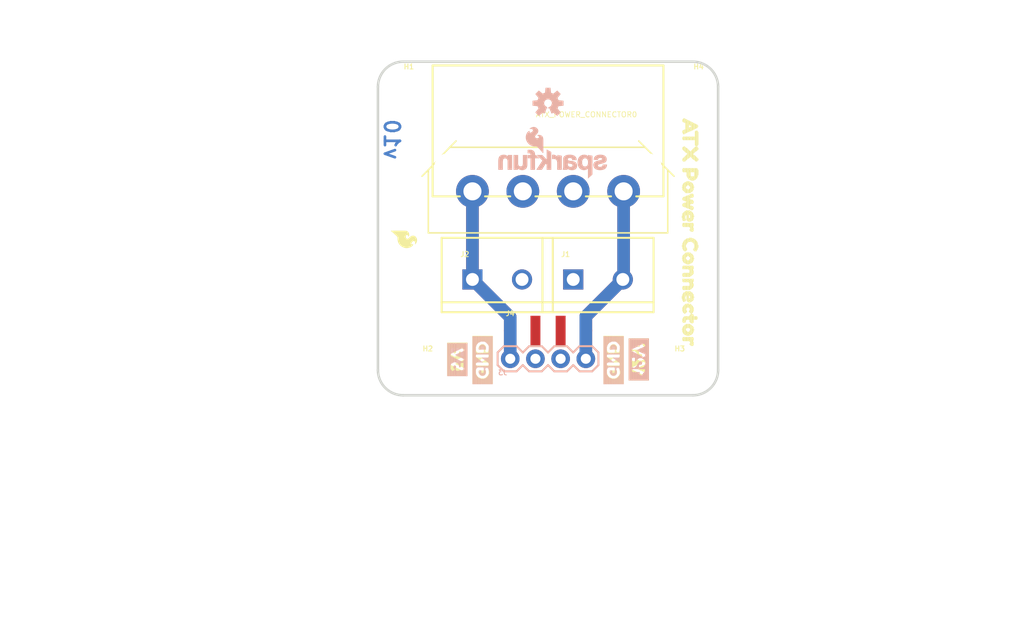
<source format=kicad_pcb>
(kicad_pcb (version 20211014) (generator pcbnew)
  (layers (0 "F.Cu" signal) (31 "B.Cu" signal) (34 "B.Paste" user) (35 "F.Paste" user) (36 "B.SilkS" user "B.Silkscreen") (37 "F.SilkS" user "F.Silkscreen") (38 "B.Mask" user) (39 "F.Mask" user) (44 "Edge.Cuts" user))
  (net 0 "")
  (net 1 "GND")
  (net 2 "5V")
  (net 3 "12V")
  (footprint "boardEagle:GND0" (layer "F.Cu") (at 141.8971 115.2271 -90)
    (fp_text reference "U$3" hide)
    (fp_text value "" hide)
  )
  (footprint "boardEagle:1X04_SMD_RA_MALE" (layer "F.Cu") (at 148.5011 120.3071)
    (fp_text reference "J4" (at -4.318 -6.731) (layer "F.SilkS") (effects (font (size 0.512064 0.512064) (thickness 0.097536)) (justify left)))
    (fp_text value "")
    (pad "" np_thru_hole circle (at -2.54 0) (size 1.4 1.4) (drill 1.4) (layers *.Cu *.Mask))
    (pad "" np_thru_hole circle (at 2.54 0) (size 1.4 1.4) (drill 1.4) (layers *.Cu *.Mask))
    (pad "1" smd rect (at -3.81 -5 90) (size 3 1) (layers "F.Cu" "F.Paste" "F.Mask") (net 2 "5V"))
    (pad "2" smd rect (at -1.27 -5 90) (size 3 1) (layers "F.Cu" "F.Paste" "F.Mask") (net 1 "GND"))
    (pad "3" smd rect (at 1.27 -5 90) (size 3 1) (layers "F.Cu" "F.Paste" "F.Mask") (net 1 "GND"))
    (pad "4" smd rect (at 3.81 -5 90) (size 3 1) (layers "F.Cu" "F.Paste" "F.Mask") (net 3 "12V"))
  )
  (footprint "boardEagle:SFE_LOGO_FLAME_.1" (layer "F.Cu") (at 132.3721 104.9401 -90)
    (fp_text reference "LOGO3" hide)
    (fp_text value "SFE_LOGO_FLAME.1_INCH" hide)
  )
  (footprint "boardEagle:SCREWTERMINAL-5MM-2" (layer "F.Cu") (at 140.8811 110.1471)
    (fp_text reference "J2" (at -1.27 -2.54) (layer "F.SilkS") (effects (font (size 0.512064 0.512064) (thickness 0.097536)) (justify left)))
    (fp_text value "")
    (pad "1" thru_hole rect (at 0 0) (size 2.032 2.032) (drill 1.3) (layers *.Cu *.Mask) (net 2 "5V"))
    (pad "2" thru_hole circle (at 5 0) (size 2.032 2.032) (drill 1.3) (layers *.Cu *.Mask) (net 1 "GND"))
  )
  (footprint "boardEagle:5V0" (layer "F.Cu") (at 139.3571 115.8621 -90)
    (fp_text reference "U$2" hide)
    (fp_text value "" hide)
  )
  (footprint "boardEagle:STAND-OFF" (layer "F.Cu") (at 135.8011 119.1641)
    (fp_text reference "H2" (at 0 -2.032) (layer "F.SilkS") (effects (font (size 0.512064 0.512064) (thickness 0.097536)) (justify left)))
    (fp_text value "STAND-OFF")
    (pad "" np_thru_hole circle (at 0 0) (size 3.302 3.302) (drill 3.302) (layers *.Cu *.Mask))
  )
  (footprint "boardEagle:STAND-OFF" (layer "F.Cu") (at 161.2011 119.1641)
    (fp_text reference "H3" (at 0 -2.032) (layer "F.SilkS") (effects (font (size 0.512064 0.512064) (thickness 0.097536)) (justify left)))
    (fp_text value "STAND-OFF")
    (pad "" np_thru_hole circle (at 0 0) (size 3.302 3.302) (drill 3.302) (layers *.Cu *.Mask))
  )
  (footprint "boardEagle:STAND-OFF" (layer "F.Cu") (at 163.1061 90.7161)
    (fp_text reference "H4" (at 0 -2.032) (layer "F.SilkS") (effects (font (size 0.512064 0.512064) (thickness 0.097536)) (justify left)))
    (fp_text value "STAND-OFF")
    (pad "" np_thru_hole circle (at 0 0) (size 3.302 3.302) (drill 3.302) (layers *.Cu *.Mask))
  )
  (footprint "boardEagle:12V0" (layer "F.Cu") (at 157.6451 115.4811 -90)
    (fp_text reference "U$1" hide)
    (fp_text value "" hide)
  )
  (footprint "boardEagle:GND0" (layer "F.Cu") (at 155.1051 115.2271 -90)
    (fp_text reference "U$4" hide)
    (fp_text value "" hide)
  )
  (footprint "boardEagle:STAND-OFF" (layer "F.Cu") (at 133.8961 90.7161)
    (fp_text reference "H1" (at 0 -2.032) (layer "F.SilkS") (effects (font (size 0.512064 0.512064) (thickness 0.097536)) (justify left)))
    (fp_text value "STAND-OFF")
    (pad "" np_thru_hole circle (at 0 0) (size 3.302 3.302) (drill 3.302) (layers *.Cu *.Mask))
  )
  (footprint "boardEagle:SCREWTERMINAL-5MM-2" (layer "F.Cu") (at 151.0411 110.1471)
    (fp_text reference "J1" (at -1.27 -2.54) (layer "F.SilkS") (effects (font (size 0.512064 0.512064) (thickness 0.097536)) (justify left)))
    (fp_text value "")
    (pad "1" thru_hole rect (at 0 0) (size 2.032 2.032) (drill 1.3) (layers *.Cu *.Mask) (net 1 "GND"))
    (pad "2" thru_hole circle (at 5 0) (size 2.032 2.032) (drill 1.3) (layers *.Cu *.Mask) (net 3 "12V"))
  )
  (footprint "boardEagle:COMPUTER-PERIPHERAL-POWER-RA-VT" (layer "F.Cu") (at 148.5011 98.7171)
    (fp_text reference "ATX_POWER_CONNECTOR0" (at -1.27 -5.207) (layer "F.SilkS") (effects (font (size 0.536448 0.536448) (thickness 0.073152)) (justify left)))
    (fp_text value "COMPUTER_PERIPHERAL_POWERRA-VT")
    (pad "" np_thru_hole circle (at -10.16 0) (size 2.54 2.54) (drill 2.54) (layers *.Cu *.Mask))
    (pad "" np_thru_hole circle (at 5.08 -7.62) (size 3.9878 3.9878) (drill 3.9878) (layers *.Cu *.Mask))
    (pad "" np_thru_hole circle (at -5.08 -7.62) (size 3.9878 3.9878) (drill 3.9878) (layers *.Cu *.Mask))
    (pad "" np_thru_hole circle (at 10.16 0) (size 2.54 2.54) (drill 2.54) (layers *.Cu *.Mask))
    (pad "5V" thru_hole circle (at -7.62 2.54) (size 3.302 3.302) (drill 1.82) (layers *.Cu *.Mask) (net 2 "5V"))
    (pad "12V" thru_hole circle (at 7.62 2.54) (size 3.302 3.302) (drill 1.82) (layers *.Cu *.Mask) (net 3 "12V"))
    (pad "GND@1" thru_hole circle (at -2.54 2.54) (size 3.302 3.302) (drill 1.82) (layers *.Cu *.Mask) (net 1 "GND"))
    (pad "GND@2" thru_hole circle (at 2.54 2.54) (size 3.302 3.302) (drill 1.82) (layers *.Cu *.Mask) (net 1 "GND"))
  )
  (footprint "boardEagle:CREATIVE_COMMONS" (layer "F.Cu") (at 113.5761 145.3261)
    (fp_text reference "FRAME1" hide)
    (fp_text value "FRAME-LETTER" hide)
  )
  (footprint "boardEagle:ATX_POWER_CONNECTOR0" (layer "F.Cu") (at 162.8521 92.4941 -90)
    (fp_text reference "U$9" hide)
    (fp_text value "" hide)
  )
  (footprint "boardEagle:SFE_LOGO_NAME_FLAME_.1" (layer "B.Cu") (at 154.8511 99.9871 180)
    (fp_text reference "LOGO2" hide)
    (fp_text value "SFE_LOGO_NAME_FLAME.1_INCH" hide)
  )
  (footprint "boardEagle:12V0" (layer "B.Cu") (at 157.6451 120.9421 90)
    (fp_text reference "U$5" hide)
    (fp_text value "" hide)
  )
  (footprint "boardEagle:GND0" (layer "B.Cu") (at 141.8971 121.3231 90)
    (fp_text reference "U$7" hide)
    (fp_text value "" hide)
  )
  (footprint "boardEagle:GND0" (layer "B.Cu") (at 155.1051 121.3231 90)
    (fp_text reference "U$6" hide)
    (fp_text value "" hide)
  )
  (footprint "boardEagle:OSHW-LOGO-S" (layer "B.Cu") (at 148.5011 92.3671 180)
    (fp_text reference "LOGO1" hide)
    (fp_text value "OSHW-LOGOS" hide)
  )
  (footprint "boardEagle:1X04" (layer "B.Cu") (at 144.6911 118.1481)
    (fp_text reference "J3" (at -1.27 1.397) (layer "B.SilkS") (effects (font (size 0.512064 0.512064) (thickness 0.097536)) (justify right mirror)))
    (fp_text value "")
    (pad "1" thru_hole circle (at 0 0 270) (size 1.8796 1.8796) (drill 1.016) (layers *.Cu *.Mask) (net 2 "5V"))
    (pad "2" thru_hole circle (at 2.54 0 270) (size 1.8796 1.8796) (drill 1.016) (layers *.Cu *.Mask) (net 1 "GND"))
    (pad "3" thru_hole circle (at 5.08 0 270) (size 1.8796 1.8796) (drill 1.016) (layers *.Cu *.Mask) (net 1 "GND"))
    (pad "4" thru_hole circle (at 7.62 0 270) (size 1.8796 1.8796) (drill 1.016) (layers *.Cu *.Mask) (net 3 "12V"))
  )
  (footprint "boardEagle:5V0" (layer "B.Cu") (at 139.3571 120.5611 90)
    (fp_text reference "U$8" hide)
    (fp_text value "" hide)
  )
  (gr_line (start 133.8961 121.8311) (end 163.1061 121.8311) (layer "Edge.Cuts") (width 0.254))
  (gr_arc (start 133.8961 121.8311) (mid 132.100049 121.087151) (end 131.3561 119.2911) (layer "Edge.Cuts") (width 0.254))
  (gr_arc (start 165.6461 119.2911) (mid 164.902151 121.087151) (end 163.1061 121.8311) (layer "Edge.Cuts") (width 0.254))
  (gr_line (start 165.6461 119.2911) (end 165.6461 90.7161) (layer "Edge.Cuts") (width 0.254))
  (gr_arc (start 131.3561 90.7161) (mid 132.100049 88.920049) (end 133.8961 88.1761) (layer "Edge.Cuts") (width 0.254))
  (gr_arc (start 163.1061 88.1761) (mid 164.902151 88.920049) (end 165.6461 90.7161) (layer "Edge.Cuts") (width 0.254))
  (gr_line (start 131.3561 90.7161) (end 131.3561 119.2911) (layer "Edge.Cuts") (width 0.254))
  (gr_line (start 133.8961 88.1761) (end 163.1061 88.1761) (layer "Edge.Cuts") (width 0.254))
  (gr_text "v10" (at 131.8641 98.2091 -90) (layer "B.Cu") (effects (font (size 1.5113 1.5113) (thickness 0.2667)) (justify left bottom mirror)))
  (segment (start 144.6911 115.3071) (end 144.6911 113.9571) (width 1.27) (layer "F.Cu") (net 2))
  (segment (start 144.6911 118.1481) (end 144.6911 115.3071) (width 1.27) (layer "F.Cu") (net 2))
  (segment (start 144.6911 113.9571) (end 140.8811 110.1471) (width 1.27) (layer "F.Cu") (net 2))
  (segment (start 140.8811 101.2571) (end 140.8811 110.1471) (width 1.27) (layer "F.Cu") (net 2))
  (segment (start 144.6911 113.9571) (end 140.8811 110.1471) (width 1.27) (layer "B.Cu") (net 2))
  (segment (start 140.8811 101.1301) (end 140.8811 110.1471) (width 1.27) (layer "B.Cu") (net 2))
  (segment (start 144.6911 118.1481) (end 144.6911 113.9571) (width 1.27) (layer "B.Cu") (net 2))
  (segment (start 152.3111 118.1481) (end 152.3111 115.3071) (width 1.27) (layer "F.Cu") (net 3))
  (segment (start 152.3111 113.8771) (end 156.0411 110.1471) (width 1.27) (layer "F.Cu") (net 3))
  (segment (start 152.3111 115.3071) (end 152.3111 113.8771) (width 1.27) (layer "F.Cu") (net 3))
  (segment (start 156.1211 110.0671) (end 156.0411 110.1471) (width 1.27) (layer "F.Cu") (net 3))
  (segment (start 156.1211 101.2571) (end 156.1211 110.0671) (width 1.27) (layer "F.Cu") (net 3))
  (segment (start 152.3111 118.1481) (end 152.3111 113.8771) (width 1.27) (layer "B.Cu") (net 3))
  (segment (start 156.1211 101.2571) (end 156.1211 110.0201) (width 1.27) (layer "B.Cu") (net 3))
  (segment (start 156.1211 110.0201) (end 155.9941 110.1471) (width 1.27) (layer "B.Cu") (net 3))
  (segment (start 152.3111 113.8771) (end 156.0411 110.1471) (width 1.27) (layer "B.Cu") (net 3))
)
</source>
